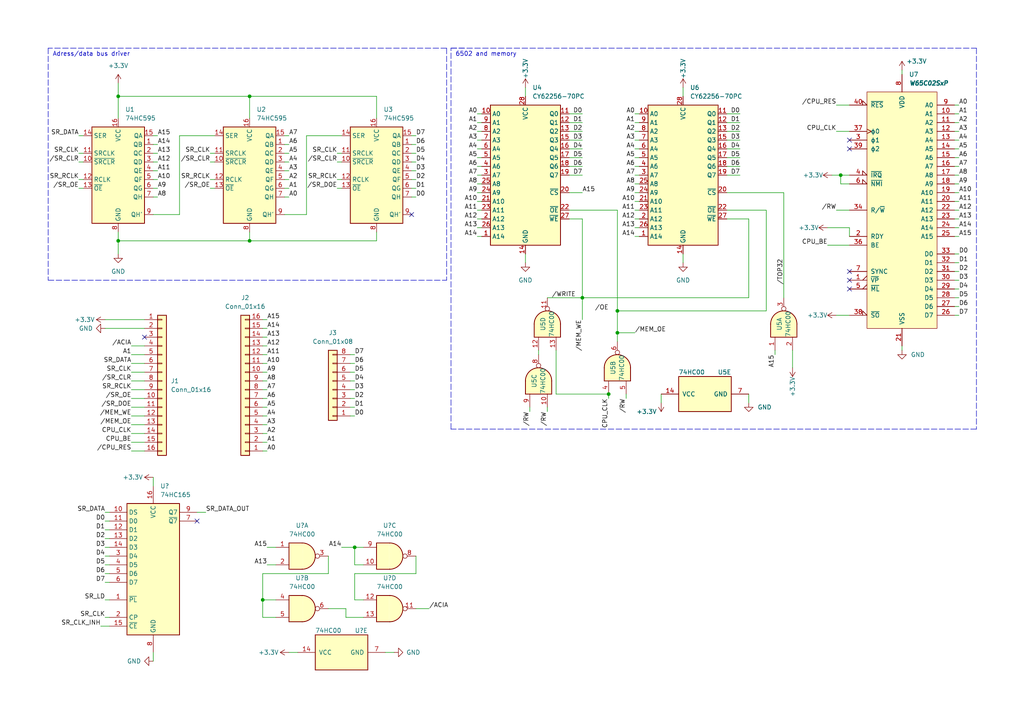
<source format=kicad_sch>
(kicad_sch (version 20211123) (generator eeschema)
  (paper "A4")
  (lib_symbols
    (symbol "65xx lib:W65C02SxP" (pin_names (offset 1.016))
      (property "Reference" "U" (at -10.16 35.56 0))
      (property "Value" "W65C02SxP" (at 0 0 90))
      (symbol "W65C02SxP_0_1"
        (rectangle (start -10.16 34.29) (end 10.16 -34.29) (fill (type background)))
      )
      (symbol "W65C02SxP_1_1"
        (pin output output_low (at -15.24 -20.32 0) (length 5.08) (name "~{VP}") (number "1"))
        (pin tri_state line (at 15.24 27.94 180) (length 5.08) (name "A1") (number "10"))
        (pin tri_state line (at 15.24 25.4 180) (length 5.08) (name "A2") (number "11"))
        (pin tri_state line (at 15.24 22.86 180) (length 5.08) (name "A3") (number "12"))
        (pin tri_state line (at 15.24 20.32 180) (length 5.08) (name "A4") (number "13"))
        (pin tri_state line (at 15.24 17.78 180) (length 5.08) (name "A5") (number "14"))
        (pin tri_state line (at 15.24 15.24 180) (length 5.08) (name "A6") (number "15"))
        (pin tri_state line (at 15.24 12.7 180) (length 5.08) (name "A7") (number "16"))
        (pin tri_state line (at 15.24 10.16 180) (length 5.08) (name "A8") (number "17"))
        (pin tri_state line (at 15.24 7.62 180) (length 5.08) (name "A9") (number "18"))
        (pin tri_state line (at 15.24 5.08 180) (length 5.08) (name "A10") (number "19"))
        (pin open_collector line (at -15.24 -7.62 0) (length 5.08) (name "RDY") (number "2"))
        (pin tri_state line (at 15.24 2.54 180) (length 5.08) (name "A11") (number "20"))
        (pin power_in line (at 0 -39.37 90) (length 5.08) (name "VSS") (number "21"))
        (pin tri_state line (at 15.24 0 180) (length 5.08) (name "A12") (number "22"))
        (pin tri_state line (at 15.24 -2.54 180) (length 5.08) (name "A13") (number "23"))
        (pin tri_state line (at 15.24 -5.08 180) (length 5.08) (name "A14") (number "24"))
        (pin tri_state line (at 15.24 -7.62 180) (length 5.08) (name "A15") (number "25"))
        (pin bidirectional line (at 15.24 -30.48 180) (length 5.08) (name "D7") (number "26"))
        (pin bidirectional line (at 15.24 -27.94 180) (length 5.08) (name "D6") (number "27"))
        (pin bidirectional line (at 15.24 -25.4 180) (length 5.08) (name "D5") (number "28"))
        (pin bidirectional line (at 15.24 -22.86 180) (length 5.08) (name "D4") (number "29"))
        (pin output line (at -15.24 20.32 0) (length 5.08) (name "ϕ1") (number "3"))
        (pin bidirectional line (at 15.24 -20.32 180) (length 5.08) (name "D3") (number "30"))
        (pin bidirectional line (at 15.24 -17.78 180) (length 5.08) (name "D2") (number "31"))
        (pin bidirectional line (at 15.24 -15.24 180) (length 5.08) (name "D1") (number "32"))
        (pin bidirectional line (at 15.24 -12.7 180) (length 5.08) (name "D0") (number "33"))
        (pin tri_state line (at -15.24 0 0) (length 5.08) (name "R/~{W}") (number "34"))
        (pin no_connect non_logic (at -10.16 -27.94 0) (length 2.54) hide (name "nc") (number "35"))
        (pin input line (at -15.24 -10.16 0) (length 5.08) (name "BE") (number "36"))
        (pin input clock (at -15.24 22.86 0) (length 5.08) (name "ϕ0") (number "37"))
        (pin input input_low (at -15.24 -30.48 0) (length 5.08) (name "~{SO}") (number "38"))
        (pin output line (at -15.24 17.78 0) (length 5.08) (name "ϕ2") (number "39"))
        (pin input input_low (at -15.24 10.16 0) (length 5.08) (name "~{IRQ}") (number "4"))
        (pin input input_low (at -15.24 30.48 0) (length 5.08) (name "~{RES}") (number "40"))
        (pin output output_low (at -15.24 -22.86 0) (length 5.08) (name "~{ML}") (number "5"))
        (pin input input_low (at -15.24 7.62 0) (length 5.08) (name "~{NMI}") (number "6"))
        (pin output line (at -15.24 -17.78 0) (length 5.08) (name "SYNC") (number "7"))
        (pin power_in line (at 0 39.37 270) (length 5.08) (name "VDD") (number "8"))
        (pin tri_state line (at 15.24 30.48 180) (length 5.08) (name "A0") (number "9"))
      )
    )
    (symbol "74xx:74HC00" (pin_names (offset 1.016))
      (property "Reference" "U" (at 0 1.27 0))
      (property "Value" "74HC00" (at 0 -1.27 0))
      (symbol "74HC00_1_1"
        (arc (start 0 -3.81) (mid 3.81 0) (end 0 3.81) (stroke (width 0.254)) (fill (type background)))
        (polyline (pts (xy 0 3.81) (xy -3.81 3.81) (xy -3.81 -3.81) (xy 0 -3.81)) (stroke (width 0.254)) (fill (type background)))
        (pin input line (at -7.62 2.54 0) (length 3.81) (name "~") (number "1"))
        (pin input line (at -7.62 -2.54 0) (length 3.81) (name "~") (number "2"))
        (pin output inverted (at 7.62 0 180) (length 3.81) (name "~") (number "3"))
      )
      (symbol "74HC00_1_2"
        (arc (start -3.81 -3.81) (mid -2.589 0) (end -3.81 3.81) (stroke (width 0.254)))
        (arc (start -0.6096 -3.81) (mid 2.1842 -2.5851) (end 3.81 0) (stroke (width 0.254)) (fill (type background)))
        (polyline (pts (xy -3.81 -3.81) (xy -0.635 -3.81)) (stroke (width 0.254)) (fill (type background)))
        (polyline (pts (xy -3.81 3.81) (xy -0.635 3.81)) (stroke (width 0.254)) (fill (type background)))
        (polyline (pts (xy -0.635 3.81) (xy -3.81 3.81) (xy -3.81 3.81) (xy -3.556 3.4036) (xy -3.0226 2.2606) (xy -2.6924 1.0414) (xy -2.6162 -0.254) (xy -2.7686 -1.4986) (xy -3.175 -2.7178) (xy -3.81 -3.81) (xy -3.81 -3.81) (xy -0.635 -3.81)) (stroke (width -25.4)) (fill (type background)))
        (arc (start 3.81 0) (mid 2.1915 2.5936) (end -0.6096 3.81) (stroke (width 0.254)) (fill (type background)))
        (pin input inverted (at -7.62 2.54 0) (length 4.318) (name "~") (number "1"))
        (pin input inverted (at -7.62 -2.54 0) (length 4.318) (name "~") (number "2"))
        (pin output line (at 7.62 0 180) (length 3.81) (name "~") (number "3"))
      )
      (symbol "74HC00_2_1"
        (arc (start 0 -3.81) (mid 3.81 0) (end 0 3.81) (stroke (width 0.254)) (fill (type background)))
        (polyline (pts (xy 0 3.81) (xy -3.81 3.81) (xy -3.81 -3.81) (xy 0 -3.81)) (stroke (width 0.254)) (fill (type background)))
        (pin input line (at -7.62 2.54 0) (length 3.81) (name "~") (number "4"))
        (pin input line (at -7.62 -2.54 0) (length 3.81) (name "~") (number "5"))
        (pin output inverted (at 7.62 0 180) (length 3.81) (name "~") (number "6"))
      )
      (symbol "74HC00_2_2"
        (arc (start -3.81 -3.81) (mid -2.589 0) (end -3.81 3.81) (stroke (width 0.254)))
        (arc (start -0.6096 -3.81) (mid 2.1842 -2.5851) (end 3.81 0) (stroke (width 0.254)) (fill (type background)))
        (polyline (pts (xy -3.81 -3.81) (xy -0.635 -3.81)) (stroke (width 0.254)) (fill (type background)))
        (polyline (pts (xy -3.81 3.81) (xy -0.635 3.81)) (stroke (width 0.254)) (fill (type background)))
        (polyline (pts (xy -0.635 3.81) (xy -3.81 3.81) (xy -3.81 3.81) (xy -3.556 3.4036) (xy -3.0226 2.2606) (xy -2.6924 1.0414) (xy -2.6162 -0.254) (xy -2.7686 -1.4986) (xy -3.175 -2.7178) (xy -3.81 -3.81) (xy -3.81 -3.81) (xy -0.635 -3.81)) (stroke (width -25.4)) (fill (type background)))
        (arc (start 3.81 0) (mid 2.1915 2.5936) (end -0.6096 3.81) (stroke (width 0.254)) (fill (type background)))
        (pin input inverted (at -7.62 2.54 0) (length 4.318) (name "~") (number "4"))
        (pin input inverted (at -7.62 -2.54 0) (length 4.318) (name "~") (number "5"))
        (pin output line (at 7.62 0 180) (length 3.81) (name "~") (number "6"))
      )
      (symbol "74HC00_3_1"
        (arc (start 0 -3.81) (mid 3.81 0) (end 0 3.81) (stroke (width 0.254)) (fill (type background)))
        (polyline (pts (xy 0 3.81) (xy -3.81 3.81) (xy -3.81 -3.81) (xy 0 -3.81)) (stroke (width 0.254)) (fill (type background)))
        (pin input line (at -7.62 -2.54 0) (length 3.81) (name "~") (number "10"))
        (pin output inverted (at 7.62 0 180) (length 3.81) (name "~") (number "8"))
        (pin input line (at -7.62 2.54 0) (length 3.81) (name "~") (number "9"))
      )
      (symbol "74HC00_3_2"
        (arc (start -3.81 -3.81) (mid -2.589 0) (end -3.81 3.81) (stroke (width 0.254)))
        (arc (start -0.6096 -3.81) (mid 2.1842 -2.5851) (end 3.81 0) (stroke (width 0.254)) (fill (type background)))
        (polyline (pts (xy -3.81 -3.81) (xy -0.635 -3.81)) (stroke (width 0.254)) (fill (type background)))
        (polyline (pts (xy -3.81 3.81) (xy -0.635 3.81)) (stroke (width 0.254)) (fill (type background)))
        (polyline (pts (xy -0.635 3.81) (xy -3.81 3.81) (xy -3.81 3.81) (xy -3.556 3.4036) (xy -3.0226 2.2606) (xy -2.6924 1.0414) (xy -2.6162 -0.254) (xy -2.7686 -1.4986) (xy -3.175 -2.7178) (xy -3.81 -3.81) (xy -3.81 -3.81) (xy -0.635 -3.81)) (stroke (width -25.4)) (fill (type background)))
        (arc (start 3.81 0) (mid 2.1915 2.5936) (end -0.6096 3.81) (stroke (width 0.254)) (fill (type background)))
        (pin input inverted (at -7.62 -2.54 0) (length 4.318) (name "~") (number "10"))
        (pin output line (at 7.62 0 180) (length 3.81) (name "~") (number "8"))
        (pin input inverted (at -7.62 2.54 0) (length 4.318) (name "~") (number "9"))
      )
      (symbol "74HC00_4_1"
        (arc (start 0 -3.81) (mid 3.81 0) (end 0 3.81) (stroke (width 0.254)) (fill (type background)))
        (polyline (pts (xy 0 3.81) (xy -3.81 3.81) (xy -3.81 -3.81) (xy 0 -3.81)) (stroke (width 0.254)) (fill (type background)))
        (pin output inverted (at 7.62 0 180) (length 3.81) (name "~") (number "11"))
        (pin input line (at -7.62 2.54 0) (length 3.81) (name "~") (number "12"))
        (pin input line (at -7.62 -2.54 0) (length 3.81) (name "~") (number "13"))
      )
      (symbol "74HC00_4_2"
        (arc (start -3.81 -3.81) (mid -2.589 0) (end -3.81 3.81) (stroke (width 0.254)))
        (arc (start -0.6096 -3.81) (mid 2.1842 -2.5851) (end 3.81 0) (stroke (width 0.254)) (fill (type background)))
        (polyline (pts (xy -3.81 -3.81) (xy -0.635 -3.81)) (stroke (width 0.254)) (fill (type background)))
        (polyline (pts (xy -3.81 3.81) (xy -0.635 3.81)) (stroke (width 0.254)) (fill (type background)))
        (polyline (pts (xy -0.635 3.81) (xy -3.81 3.81) (xy -3.81 3.81) (xy -3.556 3.4036) (xy -3.0226 2.2606) (xy -2.6924 1.0414) (xy -2.6162 -0.254) (xy -2.7686 -1.4986) (xy -3.175 -2.7178) (xy -3.81 -3.81) (xy -3.81 -3.81) (xy -0.635 -3.81)) (stroke (width -25.4)) (fill (type background)))
        (arc (start 3.81 0) (mid 2.1915 2.5936) (end -0.6096 3.81) (stroke (width 0.254)) (fill (type background)))
        (pin output line (at 7.62 0 180) (length 3.81) (name "~") (number "11"))
        (pin input inverted (at -7.62 2.54 0) (length 4.318) (name "~") (number "12"))
        (pin input inverted (at -7.62 -2.54 0) (length 4.318) (name "~") (number "13"))
      )
      (symbol "74HC00_5_0"
        (pin power_in line (at 0 12.7 270) (length 5.08) (name "VCC") (number "14"))
        (pin power_in line (at 0 -12.7 90) (length 5.08) (name "GND") (number "7"))
      )
      (symbol "74HC00_5_1"
        (rectangle (start -5.08 7.62) (end 5.08 -7.62) (stroke (width 0.254)) (fill (type background)))
      )
    )
    (symbol "74xx:74HC165"
      (property "Reference" "U" (at -7.62 19.05 0))
      (property "Value" "74HC165" (at -7.62 -21.59 0))
      (symbol "74HC165_1_0"
        (pin input line (at -12.7 -10.16 0) (length 5.08) (name "~{PL}") (number "1"))
        (pin input line (at -12.7 15.24 0) (length 5.08) (name "DS") (number "10"))
        (pin input line (at -12.7 12.7 0) (length 5.08) (name "D0") (number "11"))
        (pin input line (at -12.7 10.16 0) (length 5.08) (name "D1") (number "12"))
        (pin input line (at -12.7 7.62 0) (length 5.08) (name "D2") (number "13"))
        (pin input line (at -12.7 5.08 0) (length 5.08) (name "D3") (number "14"))
        (pin input line (at -12.7 -17.78 0) (length 5.08) (name "~{CE}") (number "15"))
        (pin power_in line (at 0 22.86 270) (length 5.08) (name "VCC") (number "16"))
        (pin input line (at -12.7 -15.24 0) (length 5.08) (name "CP") (number "2"))
        (pin input line (at -12.7 2.54 0) (length 5.08) (name "D4") (number "3"))
        (pin input line (at -12.7 0 0) (length 5.08) (name "D5") (number "4"))
        (pin input line (at -12.7 -2.54 0) (length 5.08) (name "D6") (number "5"))
        (pin input line (at -12.7 -5.08 0) (length 5.08) (name "D7") (number "6"))
        (pin output line (at 12.7 12.7 180) (length 5.08) (name "~{Q7}") (number "7"))
        (pin power_in line (at 0 -25.4 90) (length 5.08) (name "GND") (number "8"))
        (pin output line (at 12.7 15.24 180) (length 5.08) (name "Q7") (number "9"))
      )
      (symbol "74HC165_1_1"
        (rectangle (start -7.62 17.78) (end 7.62 -20.32) (stroke (width 0.254)) (fill (type background)))
      )
    )
    (symbol "74xx:74HC595"
      (property "Reference" "U" (at -7.62 13.97 0))
      (property "Value" "74HC595" (at -7.62 -16.51 0))
      (symbol "74HC595_1_0"
        (pin tri_state line (at 10.16 7.62 180) (length 2.54) (name "QB") (number "1"))
        (pin input line (at -10.16 2.54 0) (length 2.54) (name "~{SRCLR}") (number "10"))
        (pin input line (at -10.16 5.08 0) (length 2.54) (name "SRCLK") (number "11"))
        (pin input line (at -10.16 -2.54 0) (length 2.54) (name "RCLK") (number "12"))
        (pin input line (at -10.16 -5.08 0) (length 2.54) (name "~{OE}") (number "13"))
        (pin input line (at -10.16 10.16 0) (length 2.54) (name "SER") (number "14"))
        (pin tri_state line (at 10.16 10.16 180) (length 2.54) (name "QA") (number "15"))
        (pin power_in line (at 0 15.24 270) (length 2.54) (name "VCC") (number "16"))
        (pin tri_state line (at 10.16 5.08 180) (length 2.54) (name "QC") (number "2"))
        (pin tri_state line (at 10.16 2.54 180) (length 2.54) (name "QD") (number "3"))
        (pin tri_state line (at 10.16 0 180) (length 2.54) (name "QE") (number "4"))
        (pin tri_state line (at 10.16 -2.54 180) (length 2.54) (name "QF") (number "5"))
        (pin tri_state line (at 10.16 -5.08 180) (length 2.54) (name "QG") (number "6"))
        (pin tri_state line (at 10.16 -7.62 180) (length 2.54) (name "QH") (number "7"))
        (pin power_in line (at 0 -17.78 90) (length 2.54) (name "GND") (number "8"))
        (pin output line (at 10.16 -12.7 180) (length 2.54) (name "QH'") (number "9"))
      )
      (symbol "74HC595_1_1"
        (rectangle (start -7.62 12.7) (end 7.62 -15.24) (stroke (width 0.254)) (fill (type background)))
      )
    )
    (symbol "Connector_Generic:Conn_01x08" (pin_names (offset 1.016) hide)
      (property "Reference" "J" (at 0 10.16 0))
      (property "Value" "Conn_01x08" (at 0 -12.7 0))
      (symbol "Conn_01x08_1_1"
        (rectangle (start -1.27 -10.033) (end 0 -10.287) (stroke (width 0.1524)))
        (rectangle (start -1.27 -7.493) (end 0 -7.747) (stroke (width 0.1524)))
        (rectangle (start -1.27 -4.953) (end 0 -5.207) (stroke (width 0.1524)))
        (rectangle (start -1.27 -2.413) (end 0 -2.667) (stroke (width 0.1524)))
        (rectangle (start -1.27 0.127) (end 0 -0.127) (stroke (width 0.1524)))
        (rectangle (start -1.27 2.667) (end 0 2.413) (stroke (width 0.1524)))
        (rectangle (start -1.27 5.207) (end 0 4.953) (stroke (width 0.1524)))
        (rectangle (start -1.27 7.747) (end 0 7.493) (stroke (width 0.1524)))
        (rectangle (start -1.27 8.89) (end 1.27 -11.43) (stroke (width 0.254)) (fill (type background)))
        (pin passive line (at -5.08 7.62 0) (length 3.81) (name "Pin_1") (number "1"))
        (pin passive line (at -5.08 5.08 0) (length 3.81) (name "Pin_2") (number "2"))
        (pin passive line (at -5.08 2.54 0) (length 3.81) (name "Pin_3") (number "3"))
        (pin passive line (at -5.08 0 0) (length 3.81) (name "Pin_4") (number "4"))
        (pin passive line (at -5.08 -2.54 0) (length 3.81) (name "Pin_5") (number "5"))
        (pin passive line (at -5.08 -5.08 0) (length 3.81) (name "Pin_6") (number "6"))
        (pin passive line (at -5.08 -7.62 0) (length 3.81) (name "Pin_7") (number "7"))
        (pin passive line (at -5.08 -10.16 0) (length 3.81) (name "Pin_8") (number "8"))
      )
    )
    (symbol "Connector_Generic:Conn_01x16" (pin_names (offset 1.016) hide)
      (property "Reference" "J" (at 0 20.32 0))
      (property "Value" "Conn_01x16" (at 0 -22.86 0))
      (symbol "Conn_01x16_1_1"
        (rectangle (start -1.27 -20.193) (end 0 -20.447) (stroke (width 0.1524)))
        (rectangle (start -1.27 -17.653) (end 0 -17.907) (stroke (width 0.1524)))
        (rectangle (start -1.27 -15.113) (end 0 -15.367) (stroke (width 0.1524)))
        (rectangle (start -1.27 -12.573) (end 0 -12.827) (stroke (width 0.1524)))
        (rectangle (start -1.27 -10.033) (end 0 -10.287) (stroke (width 0.1524)))
        (rectangle (start -1.27 -7.493) (end 0 -7.747) (stroke (width 0.1524)))
        (rectangle (start -1.27 -4.953) (end 0 -5.207) (stroke (width 0.1524)))
        (rectangle (start -1.27 -2.413) (end 0 -2.667) (stroke (width 0.1524)))
        (rectangle (start -1.27 0.127) (end 0 -0.127) (stroke (width 0.1524)))
        (rectangle (start -1.27 2.667) (end 0 2.413) (stroke (width 0.1524)))
        (rectangle (start -1.27 5.207) (end 0 4.953) (stroke (width 0.1524)))
        (rectangle (start -1.27 7.747) (end 0 7.493) (stroke (width 0.1524)))
        (rectangle (start -1.27 10.287) (end 0 10.033) (stroke (width 0.1524)))
        (rectangle (start -1.27 12.827) (end 0 12.573) (stroke (width 0.1524)))
        (rectangle (start -1.27 15.367) (end 0 15.113) (stroke (width 0.1524)))
        (rectangle (start -1.27 17.907) (end 0 17.653) (stroke (width 0.1524)))
        (rectangle (start -1.27 19.05) (end 1.27 -21.59) (stroke (width 0.254)) (fill (type background)))
        (pin passive line (at -5.08 17.78 0) (length 3.81) (name "Pin_1") (number "1"))
        (pin passive line (at -5.08 -5.08 0) (length 3.81) (name "Pin_10") (number "10"))
        (pin passive line (at -5.08 -7.62 0) (length 3.81) (name "Pin_11") (number "11"))
        (pin passive line (at -5.08 -10.16 0) (length 3.81) (name "Pin_12") (number "12"))
        (pin passive line (at -5.08 -12.7 0) (length 3.81) (name "Pin_13") (number "13"))
        (pin passive line (at -5.08 -15.24 0) (length 3.81) (name "Pin_14") (number "14"))
        (pin passive line (at -5.08 -17.78 0) (length 3.81) (name "Pin_15") (number "15"))
        (pin passive line (at -5.08 -20.32 0) (length 3.81) (name "Pin_16") (number "16"))
        (pin passive line (at -5.08 15.24 0) (length 3.81) (name "Pin_2") (number "2"))
        (pin passive line (at -5.08 12.7 0) (length 3.81) (name "Pin_3") (number "3"))
        (pin passive line (at -5.08 10.16 0) (length 3.81) (name "Pin_4") (number "4"))
        (pin passive line (at -5.08 7.62 0) (length 3.81) (name "Pin_5") (number "5"))
        (pin passive line (at -5.08 5.08 0) (length 3.81) (name "Pin_6") (number "6"))
        (pin passive line (at -5.08 2.54 0) (length 3.81) (name "Pin_7") (number "7"))
        (pin passive line (at -5.08 0 0) (length 3.81) (name "Pin_8") (number "8"))
        (pin passive line (at -5.08 -2.54 0) (length 3.81) (name "Pin_9") (number "9"))
      )
    )
    (symbol "Memory_RAM:CY62256-70PC"
      (property "Reference" "U" (at -10.16 20.955 0))
      (property "Value" "CY62256-70PC" (at 2.54 20.955 0))
      (symbol "CY62256-70PC_0_0"
        (pin power_in line (at 0 -22.86 90) (length 2.54) (name "GND") (number "14"))
        (pin power_in line (at 0 22.86 270) (length 2.54) (name "VCC") (number "28"))
      )
      (symbol "CY62256-70PC_0_1"
        (rectangle (start -10.16 20.32) (end 10.16 -20.32) (stroke (width 0.254)) (fill (type background)))
      )
      (symbol "CY62256-70PC_1_1"
        (pin input line (at -12.7 -17.78 0) (length 2.54) (name "A14") (number "1"))
        (pin input line (at -12.7 17.78 0) (length 2.54) (name "A0") (number "10"))
        (pin tri_state line (at 12.7 17.78 180) (length 2.54) (name "Q0") (number "11"))
        (pin tri_state line (at 12.7 15.24 180) (length 2.54) (name "Q1") (number "12"))
        (pin tri_state line (at 12.7 12.7 180) (length 2.54) (name "Q2") (number "13"))
        (pin tri_state line (at 12.7 10.16 180) (length 2.54) (name "Q3") (number "15"))
        (pin tri_state line (at 12.7 7.62 180) (length 2.54) (name "Q4") (number "16"))
        (pin tri_state line (at 12.7 5.08 180) (length 2.54) (name "Q5") (number "17"))
        (pin tri_state line (at 12.7 2.54 180) (length 2.54) (name "Q6") (number "18"))
        (pin tri_state line (at 12.7 0 180) (length 2.54) (name "Q7") (number "19"))
        (pin input line (at -12.7 -12.7 0) (length 2.54) (name "A12") (number "2"))
        (pin input line (at 12.7 -5.08 180) (length 2.54) (name "~{CS}") (number "20"))
        (pin input line (at -12.7 -7.62 0) (length 2.54) (name "A10") (number "21"))
        (pin input line (at 12.7 -10.16 180) (length 2.54) (name "~{OE}") (number "22"))
        (pin input line (at -12.7 -10.16 0) (length 2.54) (name "A11") (number "23"))
        (pin input line (at -12.7 -5.08 0) (length 2.54) (name "A9") (number "24"))
        (pin input line (at -12.7 -2.54 0) (length 2.54) (name "A8") (number "25"))
        (pin input line (at -12.7 -15.24 0) (length 2.54) (name "A13") (number "26"))
        (pin input line (at 12.7 -12.7 180) (length 2.54) (name "~{WE}") (number "27"))
        (pin input line (at -12.7 0 0) (length 2.54) (name "A7") (number "3"))
        (pin input line (at -12.7 2.54 0) (length 2.54) (name "A6") (number "4"))
        (pin input line (at -12.7 5.08 0) (length 2.54) (name "A5") (number "5"))
        (pin input line (at -12.7 7.62 0) (length 2.54) (name "A4") (number "6"))
        (pin input line (at -12.7 10.16 0) (length 2.54) (name "A3") (number "7"))
        (pin input line (at -12.7 12.7 0) (length 2.54) (name "A2") (number "8"))
        (pin input line (at -12.7 15.24 0) (length 2.54) (name "A1") (number "9"))
      )
    )
    (symbol "power:+3.3V" (power) (pin_names (offset 0))
      (property "Value" "+3.3V" (at 0 3.556 0))
      (symbol "+3.3V_0_1"
        (polyline (pts (xy -0.762 1.27) (xy 0 2.54)))
        (polyline (pts (xy 0 0) (xy 0 2.54)))
        (polyline (pts (xy 0 2.54) (xy 0.762 1.27)))
      )
      (symbol "+3.3V_1_1"
        (pin power_in line (at 0 0 90) (length 0) hide (name "+3.3V") (number "1"))
      )
    )
    (symbol "power:GND" (power) (pin_names (offset 0))
      (property "Value" "GND" (at 0 -3.81 0))
      (symbol "GND_0_1"
        (polyline (pts (xy 0 0) (xy 0 -1.27) (xy 1.27 -1.27) (xy 0 -2.54) (xy -1.27 -1.27) (xy 0 -1.27)))
      )
      (symbol "GND_1_1"
        (pin power_in line (at 0 0 270) (length 0) hide (name "GND") (number "1"))
      )
    )
  )
  (junction (at 179.07 90.17))
  (junction (at 34.29 69.85))
  (junction (at 176.53 114.3))
  (junction (at 72.39 69.85))
  (junction (at 168.91 86.36))
  (junction (at 72.39 27.94))
  (junction (at 102.87 158.75))
  (junction (at 179.07 96.52))
  (junction (at 34.29 27.94))
  (junction (at 243.84 50.8))
  (junction (at 76.2 173.99))
  (no_connect (at 119.38 62.23))
  (no_connect (at 246.38 40.64))
  (no_connect (at 246.38 83.82))
  (no_connect (at 246.38 81.28))
  (no_connect (at 246.38 78.74))
  (no_connect (at 57.15 151.13))
  (no_connect (at 41.91 97.79))
  (no_connect (at 246.38 43.18))
  (wire (pts (xy 139.7 45.72) (xy 138.43 45.72)))
  (wire (pts (xy 243.84 50.8) (xy 243.84 53.34)))
  (wire (pts (xy 276.86 35.56) (xy 278.13 35.56)))
  (wire (pts (xy 72.39 27.94) (xy 72.39 34.29)))
  (wire (pts (xy 83.82 189.23) (xy 86.36 189.23)))
  (wire (pts (xy 185.42 38.1) (xy 184.15 38.1)))
  (wire (pts (xy 31.75 153.67) (xy 30.48 153.67)))
  (wire (pts (xy 168.91 86.36) (xy 168.91 92.71)))
  (wire (pts (xy 139.7 48.26) (xy 138.43 48.26)))
  (wire (pts (xy 278.13 33.02) (xy 276.86 33.02)))
  (wire (pts (xy 82.55 49.53) (xy 83.82 49.53)))
  (wire (pts (xy 243.84 50.8) (xy 246.38 50.8)))
  (wire (pts (xy 276.86 30.48) (xy 278.13 30.48)))
  (wire (pts (xy 165.1 35.56) (xy 168.91 35.56)))
  (wire (pts (xy 276.86 53.34) (xy 278.13 53.34)))
  (wire (pts (xy 38.1 100.33) (xy 41.91 100.33)))
  (wire (pts (xy 276.86 76.2) (xy 278.13 76.2)))
  (wire (pts (xy 102.87 166.37) (xy 102.87 173.99)))
  (wire (pts (xy 34.29 69.85) (xy 72.39 69.85)))
  (wire (pts (xy 102.87 173.99) (xy 105.41 173.99)))
  (wire (pts (xy 198.12 73.66) (xy 198.12 76.2)))
  (wire (pts (xy 76.2 123.19) (xy 77.47 123.19)))
  (wire (pts (xy 76.2 173.99) (xy 80.01 173.99)))
  (wire (pts (xy 185.42 55.88) (xy 184.15 55.88)))
  (wire (pts (xy 82.55 62.23) (xy 88.9 62.23)))
  (wire (pts (xy 185.42 40.64) (xy 184.15 40.64)))
  (wire (pts (xy 22.86 44.45) (xy 24.13 44.45)))
  (wire (pts (xy 139.7 53.34) (xy 138.43 53.34)))
  (wire (pts (xy 276.86 68.58) (xy 278.13 68.58)))
  (wire (pts (xy 60.96 52.07) (xy 62.23 52.07)))
  (wire (pts (xy 29.21 181.61) (xy 31.75 181.61)))
  (wire (pts (xy 72.39 69.85) (xy 72.39 67.31)))
  (wire (pts (xy 210.82 43.18) (xy 214.63 43.18)))
  (wire (pts (xy 165.1 55.88) (xy 168.91 55.88)))
  (wire (pts (xy 44.45 52.07) (xy 45.72 52.07)))
  (wire (pts (xy 165.1 40.64) (xy 168.91 40.64)))
  (wire (pts (xy 30.48 95.25) (xy 41.91 95.25)))
  (wire (pts (xy 242.57 60.96) (xy 246.38 60.96)))
  (wire (pts (xy 276.86 78.74) (xy 278.13 78.74)))
  (wire (pts (xy 102.87 158.75) (xy 102.87 163.83)))
  (wire (pts (xy 34.29 67.31) (xy 34.29 69.85)))
  (wire (pts (xy 179.07 96.52) (xy 179.07 99.06)))
  (wire (pts (xy 185.42 48.26) (xy 184.15 48.26)))
  (wire (pts (xy 76.2 166.37) (xy 76.2 173.99)))
  (wire (pts (xy 100.33 179.07) (xy 105.41 179.07)))
  (wire (pts (xy 119.38 49.53) (xy 120.65 49.53)))
  (wire (pts (xy 34.29 24.13) (xy 34.29 27.94)))
  (polyline (pts (xy 283.21 124.46) (xy 130.81 124.46)))
  (wire (pts (xy 88.9 62.23) (xy 88.9 39.37)))
  (wire (pts (xy 101.6 118.11) (xy 102.87 118.11)))
  (wire (pts (xy 179.07 60.96) (xy 179.07 90.17)))
  (wire (pts (xy 44.45 49.53) (xy 45.72 49.53)))
  (wire (pts (xy 76.2 173.99) (xy 76.2 179.07)))
  (wire (pts (xy 22.86 46.99) (xy 24.13 46.99)))
  (wire (pts (xy 276.86 43.18) (xy 278.13 43.18)))
  (polyline (pts (xy 13.97 81.28) (xy 129.54 81.28)))
  (wire (pts (xy 139.7 38.1) (xy 138.43 38.1)))
  (wire (pts (xy 185.42 58.42) (xy 184.15 58.42)))
  (wire (pts (xy 276.86 40.64) (xy 278.13 40.64)))
  (wire (pts (xy 165.1 33.02) (xy 168.91 33.02)))
  (wire (pts (xy 38.1 113.03) (xy 41.91 113.03)))
  (wire (pts (xy 111.76 189.23) (xy 114.3 189.23)))
  (wire (pts (xy 31.75 156.21) (xy 30.48 156.21)))
  (wire (pts (xy 119.38 54.61) (xy 120.65 54.61)))
  (wire (pts (xy 276.86 73.66) (xy 278.13 73.66)))
  (wire (pts (xy 191.77 116.84) (xy 191.77 114.3)))
  (wire (pts (xy 76.2 118.11) (xy 77.47 118.11)))
  (wire (pts (xy 229.87 101.6) (xy 229.87 106.68)))
  (wire (pts (xy 31.75 163.83) (xy 30.48 163.83)))
  (wire (pts (xy 76.2 130.81) (xy 77.47 130.81)))
  (wire (pts (xy 38.1 110.49) (xy 41.91 110.49)))
  (wire (pts (xy 139.7 63.5) (xy 138.43 63.5)))
  (wire (pts (xy 139.7 55.88) (xy 138.43 55.88)))
  (wire (pts (xy 185.42 53.34) (xy 184.15 53.34)))
  (wire (pts (xy 139.7 33.02) (xy 138.43 33.02)))
  (wire (pts (xy 276.86 86.36) (xy 278.13 86.36)))
  (wire (pts (xy 152.4 73.66) (xy 152.4 76.2)))
  (wire (pts (xy 119.38 57.15) (xy 120.65 57.15)))
  (wire (pts (xy 41.91 130.81) (xy 38.1 130.81)))
  (wire (pts (xy 34.29 27.94) (xy 34.29 34.29)))
  (wire (pts (xy 41.91 120.65) (xy 38.1 120.65)))
  (wire (pts (xy 95.25 166.37) (xy 76.2 166.37)))
  (wire (pts (xy 168.91 63.5) (xy 165.1 63.5)))
  (wire (pts (xy 276.86 66.04) (xy 278.13 66.04)))
  (wire (pts (xy 38.1 107.95) (xy 41.91 107.95)))
  (wire (pts (xy 227.33 55.88) (xy 227.33 86.36)))
  (wire (pts (xy 76.2 107.95) (xy 77.47 107.95)))
  (wire (pts (xy 217.17 86.36) (xy 217.17 63.5)))
  (wire (pts (xy 44.45 57.15) (xy 45.72 57.15)))
  (wire (pts (xy 276.86 58.42) (xy 278.13 58.42)))
  (wire (pts (xy 222.25 60.96) (xy 210.82 60.96)))
  (wire (pts (xy 82.55 41.91) (xy 83.82 41.91)))
  (wire (pts (xy 139.7 35.56) (xy 138.43 35.56)))
  (wire (pts (xy 72.39 69.85) (xy 109.22 69.85)))
  (wire (pts (xy 158.75 86.36) (xy 168.91 86.36)))
  (wire (pts (xy 44.45 39.37) (xy 45.72 39.37)))
  (wire (pts (xy 38.1 102.87) (xy 41.91 102.87)))
  (wire (pts (xy 139.7 43.18) (xy 138.43 43.18)))
  (wire (pts (xy 179.07 96.52) (xy 184.15 96.52)))
  (wire (pts (xy 34.29 69.85) (xy 34.29 73.66)))
  (wire (pts (xy 119.38 44.45) (xy 120.65 44.45)))
  (wire (pts (xy 165.1 48.26) (xy 168.91 48.26)))
  (wire (pts (xy 102.87 158.75) (xy 105.41 158.75)))
  (wire (pts (xy 261.62 20.32) (xy 261.62 21.59)))
  (wire (pts (xy 276.86 55.88) (xy 278.13 55.88)))
  (wire (pts (xy 76.2 115.57) (xy 77.47 115.57)))
  (wire (pts (xy 30.48 92.71) (xy 41.91 92.71)))
  (wire (pts (xy 38.1 123.19) (xy 41.91 123.19)))
  (wire (pts (xy 139.7 50.8) (xy 138.43 50.8)))
  (wire (pts (xy 185.42 63.5) (xy 184.15 63.5)))
  (wire (pts (xy 76.2 92.71) (xy 77.47 92.71)))
  (wire (pts (xy 38.1 118.11) (xy 41.91 118.11)))
  (polyline (pts (xy 13.97 13.97) (xy 13.97 81.28)))
  (wire (pts (xy 276.86 88.9) (xy 278.13 88.9)))
  (wire (pts (xy 276.86 38.1) (xy 278.13 38.1)))
  (wire (pts (xy 101.6 113.03) (xy 102.87 113.03)))
  (wire (pts (xy 179.07 90.17) (xy 179.07 96.52)))
  (wire (pts (xy 276.86 83.82) (xy 278.13 83.82)))
  (wire (pts (xy 31.75 168.91) (xy 30.48 168.91)))
  (wire (pts (xy 38.1 105.41) (xy 41.91 105.41)))
  (wire (pts (xy 179.07 90.17) (xy 222.25 90.17)))
  (wire (pts (xy 158.75 119.38) (xy 158.75 118.11)))
  (wire (pts (xy 101.6 105.41) (xy 102.87 105.41)))
  (polyline (pts (xy 129.54 13.97) (xy 129.54 81.28)))
  (wire (pts (xy 161.29 101.6) (xy 161.29 114.3)))
  (wire (pts (xy 185.42 68.58) (xy 184.15 68.58)))
  (wire (pts (xy 97.79 46.99) (xy 99.06 46.99)))
  (wire (pts (xy 101.6 107.95) (xy 102.87 107.95)))
  (wire (pts (xy 82.55 54.61) (xy 83.82 54.61)))
  (wire (pts (xy 119.38 52.07) (xy 120.65 52.07)))
  (wire (pts (xy 185.42 45.72) (xy 184.15 45.72)))
  (wire (pts (xy 82.55 39.37) (xy 83.82 39.37)))
  (wire (pts (xy 109.22 69.85) (xy 109.22 67.31)))
  (wire (pts (xy 100.33 176.53) (xy 100.33 179.07)))
  (wire (pts (xy 38.1 115.57) (xy 41.91 115.57)))
  (wire (pts (xy 95.25 176.53) (xy 100.33 176.53)))
  (wire (pts (xy 198.12 25.4) (xy 198.12 27.94)))
  (wire (pts (xy 57.15 148.59) (xy 59.69 148.59)))
  (wire (pts (xy 222.25 60.96) (xy 222.25 90.17)))
  (wire (pts (xy 97.79 54.61) (xy 99.06 54.61)))
  (wire (pts (xy 119.38 39.37) (xy 120.65 39.37)))
  (wire (pts (xy 44.45 44.45) (xy 45.72 44.45)))
  (wire (pts (xy 77.47 163.83) (xy 80.01 163.83)))
  (wire (pts (xy 41.91 125.73) (xy 38.1 125.73)))
  (wire (pts (xy 120.65 176.53) (xy 124.46 176.53)))
  (wire (pts (xy 153.67 119.38) (xy 153.67 118.11)))
  (wire (pts (xy 22.86 52.07) (xy 24.13 52.07)))
  (wire (pts (xy 82.55 52.07) (xy 83.82 52.07)))
  (wire (pts (xy 241.3 50.8) (xy 243.84 50.8)))
  (wire (pts (xy 139.7 60.96) (xy 138.43 60.96)))
  (wire (pts (xy 76.2 97.79) (xy 77.47 97.79)))
  (wire (pts (xy 165.1 45.72) (xy 168.91 45.72)))
  (wire (pts (xy 210.82 55.88) (xy 227.33 55.88)))
  (wire (pts (xy 76.2 179.07) (xy 80.01 179.07)))
  (wire (pts (xy 276.86 81.28) (xy 278.13 81.28)))
  (wire (pts (xy 210.82 48.26) (xy 214.63 48.26)))
  (wire (pts (xy 165.1 50.8) (xy 168.91 50.8)))
  (wire (pts (xy 168.91 86.36) (xy 217.17 86.36)))
  (wire (pts (xy 82.55 44.45) (xy 83.82 44.45)))
  (wire (pts (xy 217.17 114.3) (xy 217.17 116.84)))
  (wire (pts (xy 210.82 45.72) (xy 214.63 45.72)))
  (wire (pts (xy 243.84 53.34) (xy 246.38 53.34)))
  (wire (pts (xy 210.82 50.8) (xy 214.63 50.8)))
  (polyline (pts (xy 283.21 13.97) (xy 283.21 124.46)))
  (wire (pts (xy 101.6 110.49) (xy 102.87 110.49)))
  (wire (pts (xy 276.86 91.44) (xy 278.13 91.44)))
  (wire (pts (xy 276.86 60.96) (xy 278.13 60.96)))
  (wire (pts (xy 88.9 39.37) (xy 99.06 39.37)))
  (wire (pts (xy 120.65 161.29) (xy 120.65 166.37)))
  (wire (pts (xy 97.79 52.07) (xy 99.06 52.07)))
  (wire (pts (xy 101.6 120.65) (xy 102.87 120.65)))
  (wire (pts (xy 276.86 63.5) (xy 278.13 63.5)))
  (wire (pts (xy 210.82 33.02) (xy 214.63 33.02)))
  (wire (pts (xy 101.6 115.57) (xy 102.87 115.57)))
  (wire (pts (xy 44.45 46.99) (xy 45.72 46.99)))
  (wire (pts (xy 76.2 102.87) (xy 77.47 102.87)))
  (wire (pts (xy 165.1 38.1) (xy 168.91 38.1)))
  (polyline (pts (xy 130.81 13.97) (xy 283.21 13.97)))
  (wire (pts (xy 240.03 66.04) (xy 246.38 66.04)))
  (wire (pts (xy 52.07 62.23) (xy 52.07 39.37)))
  (wire (pts (xy 185.42 50.8) (xy 184.15 50.8)))
  (wire (pts (xy 30.48 179.07) (xy 31.75 179.07)))
  (wire (pts (xy 101.6 102.87) (xy 102.87 102.87)))
  (polyline (pts (xy 129.54 13.97) (xy 13.97 13.97)))
  (wire (pts (xy 30.48 173.99) (xy 31.75 173.99)))
  (wire (pts (xy 242.57 30.48) (xy 246.38 30.48)))
  (wire (pts (xy 185.42 60.96) (xy 184.15 60.96)))
  (wire (pts (xy 44.45 54.61) (xy 45.72 54.61)))
  (wire (pts (xy 31.75 151.13) (xy 30.48 151.13)))
  (wire (pts (xy 52.07 39.37) (xy 62.23 39.37)))
  (wire (pts (xy 210.82 35.56) (xy 214.63 35.56)))
  (wire (pts (xy 76.2 110.49) (xy 77.47 110.49)))
  (wire (pts (xy 139.7 68.58) (xy 138.43 68.58)))
  (wire (pts (xy 242.57 38.1) (xy 246.38 38.1)))
  (wire (pts (xy 60.96 44.45) (xy 62.23 44.45)))
  (wire (pts (xy 156.21 102.87) (xy 156.21 101.6)))
  (wire (pts (xy 181.61 115.57) (xy 181.61 114.3)))
  (wire (pts (xy 76.2 95.25) (xy 77.47 95.25)))
  (wire (pts (xy 276.86 50.8) (xy 278.13 50.8)))
  (wire (pts (xy 41.91 128.27) (xy 38.1 128.27)))
  (wire (pts (xy 44.45 189.23) (xy 44.45 191.77)))
  (wire (pts (xy 176.53 115.57) (xy 176.53 114.3)))
  (wire (pts (xy 246.38 66.04) (xy 246.38 68.58)))
  (wire (pts (xy 82.55 46.99) (xy 83.82 46.99)))
  (wire (pts (xy 276.86 45.72) (xy 278.13 45.72)))
  (wire (pts (xy 120.65 166.37) (xy 102.87 166.37)))
  (wire (pts (xy 240.03 71.12) (xy 246.38 71.12)))
  (wire (pts (xy 31.75 158.75) (xy 30.48 158.75)))
  (wire (pts (xy 97.79 44.45) (xy 99.06 44.45)))
  (wire (pts (xy 261.62 100.33) (xy 261.62 101.6)))
  (wire (pts (xy 168.91 86.36) (xy 168.91 63.5)))
  (polyline (pts (xy 130.81 13.97) (xy 134.62 13.97)))
  (wire (pts (xy 76.2 105.41) (xy 77.47 105.41)))
  (wire (pts (xy 224.79 102.87) (xy 224.79 101.6)))
  (wire (pts (xy 22.86 39.37) (xy 24.13 39.37)))
  (wire (pts (xy 34.29 27.94) (xy 72.39 27.94)))
  (polyline (pts (xy 130.81 124.46) (xy 130.81 13.97)))
  (wire (pts (xy 44.45 41.91) (xy 45.72 41.91)))
  (wire (pts (xy 185.42 43.18) (xy 184.15 43.18)))
  (wire (pts (xy 76.2 128.27) (xy 77.47 128.27)))
  (wire (pts (xy 119.38 46.99) (xy 120.65 46.99)))
  (wire (pts (xy 76.2 125.73) (xy 77.47 125.73)))
  (wire (pts (xy 210.82 40.64) (xy 214.63 40.64)))
  (wire (pts (xy 76.2 120.65) (xy 77.47 120.65)))
  (wire (pts (xy 217.17 63.5) (xy 210.82 63.5)))
  (wire (pts (xy 72.39 27.94) (xy 109.22 27.94)))
  (wire (pts (xy 22.86 54.61) (xy 24.13 54.61)))
  (wire (pts (xy 119.38 41.91) (xy 120.65 41.91)))
  (wire (pts (xy 44.45 138.43) (xy 44.45 140.97)))
  (wire (pts (xy 210.82 38.1) (xy 214.63 38.1)))
  (wire (pts (xy 139.7 40.64) (xy 138.43 40.64)))
  (wire (pts (xy 185.42 33.02) (xy 184.15 33.02)))
  (wire (pts (xy 95.25 161.29) (xy 95.25 166.37)))
  (wire (pts (xy 30.48 148.59) (xy 31.75 148.59)))
  (wire (pts (xy 139.7 58.42) (xy 138.43 58.42)))
  (wire (pts (xy 176.53 114.3) (xy 161.29 114.3)))
  (wire (pts (xy 185.42 66.04) (xy 184.15 66.04)))
  (wire (pts (xy 76.2 100.33) (xy 77.47 100.33)))
  (wire (pts (xy 60.96 46.99) (xy 62.23 46.99)))
  (wire (pts (xy 185.42 35.56) (xy 184.15 35.56)))
  (wire (pts (xy 82.55 57.15) (xy 83.82 57.15)))
  (wire (pts (xy 44.45 62.23) (xy 52.07 62.23)))
  (wire (pts (xy 179.07 60.96) (xy 165.1 60.96)))
  (wire (pts (xy 77.47 158.75) (xy 80.01 158.75)))
  (wire (pts (xy 242.57 91.44) (xy 246.38 91.44)))
  (wire (pts (xy 31.75 166.37) (xy 30.48 166.37)))
  (wire (pts (xy 60.96 54.61) (xy 62.23 54.61)))
  (wire (pts (xy 139.7 66.04) (xy 138.43 66.04)))
  (wire (pts (xy 102.87 163.83) (xy 105.41 163.83)))
  (wire (pts (xy 31.75 161.29) (xy 30.48 161.29)))
  (wire (pts (xy 165.1 43.18) (xy 168.91 43.18)))
  (wire (pts (xy 76.2 113.03) (xy 77.47 113.03)))
  (wire (pts (xy 152.4 25.4) (xy 152.4 27.94)))
  (wire (pts (xy 109.22 27.94) (xy 109.22 34.29)))
  (wire (pts (xy 276.86 48.26) (xy 278.13 48.26)))
  (wire (pts (xy 99.06 158.75) (xy 102.87 158.75)))
  (text "Adress/data bus driver" (at 15.24 16.51 0) (effects (font (size 1.27 1.27)) (justify left bottom)))
  (text "6502 and memory" (at 132.08 16.51 0) (effects (font (size 1.27 1.27)) (justify left bottom)))
  (label "A5" (at 77.47 118.11 0))
  (label "SR_CLK_INH" (at 29.21 181.61 180))
  (label "D3" (at 30.48 158.75 180))
  (label "{slash}SR_OE" (at 22.86 54.61 180))
  (label "CPU_CLK" (at 176.53 115.57 270))
  (label "A11" (at 77.47 102.87 0))
  (label "D4" (at 120.65 46.99 0))
  (label "{slash}MEM_OE" (at 184.15 96.52 0))
  (label "SR_DATA" (at 22.86 39.37 180))
  (label "A7" (at 83.82 39.37 0))
  (label "A5" (at 83.82 44.45 0))
  (label "A11" (at 184.15 60.96 180))
  (label "D2" (at 168.91 38.1 180))
  (label "{slash}CPU_RES" (at 242.57 30.48 180))
  (label "D4" (at 168.91 43.18 180))
  (label "D6" (at 120.65 41.91 0))
  (label "A0" (at 138.43 33.02 180))
  (label "D3" (at 278.13 81.28 0))
  (label "D4" (at 278.13 83.82 0))
  (label "{slash}SR_CLR" (at 22.86 46.99 180))
  (label "A10" (at 184.15 58.42 180))
  (label "CPU_BE" (at 240.03 71.12 180))
  (label "D2" (at 278.13 78.74 0))
  (label "{slash}SR_CLR" (at 97.79 46.99 180))
  (label "A8" (at 138.43 53.34 180))
  (label "D0" (at 120.65 57.15 0))
  (label "A13" (at 77.47 163.83 180))
  (label "D7" (at 278.13 91.44 0))
  (label "{slash}SR_OE" (at 38.1 115.57 180))
  (label "A10" (at 138.43 58.42 180))
  (label "D2" (at 102.87 115.57 0))
  (label "A9" (at 184.15 55.88 180))
  (label "D5" (at 168.91 45.72 180))
  (label "A0" (at 278.13 30.48 0))
  (label "{slash}SR_CLR" (at 38.1 110.49 180))
  (label "{slash}ACIA" (at 38.1 100.33 180))
  (label "{slash}WRITE" (at 160.02 86.36 0))
  (label "D2" (at 120.65 52.07 0))
  (label "{slash}MEM_WE" (at 168.91 92.71 270))
  (label "SR_CLK" (at 30.48 179.07 180))
  (label "D5" (at 30.48 163.83 180))
  (label "D0" (at 30.48 151.13 180))
  (label "A8" (at 77.47 110.49 0))
  (label "SR_CLK" (at 22.86 44.45 180))
  (label "SR_DATA_OUT" (at 59.69 148.59 0))
  (label "{slash}SR_OE" (at 60.96 54.61 180))
  (label "{slash}CPU_RES" (at 38.1 130.81 180))
  (label "A3" (at 184.15 40.64 180))
  (label "{slash}ACIA" (at 124.46 176.53 0))
  (label "A0" (at 184.15 33.02 180))
  (label "D7" (at 102.87 102.87 0))
  (label "SR_DATA" (at 30.48 148.59 180))
  (label "A14" (at 138.43 68.58 180))
  (label "A6" (at 83.82 41.91 0))
  (label "A7" (at 77.47 113.03 0))
  (label "A2" (at 138.43 38.1 180))
  (label "{slash}MEM_WE" (at 38.1 120.65 180))
  (label "A15" (at 77.47 92.71 0))
  (label "D1" (at 168.91 35.56 180))
  (label "A2" (at 77.47 125.73 0))
  (label "D1" (at 214.63 35.56 180))
  (label "SR_DATA" (at 38.1 105.41 180))
  (label "SR_RCLK" (at 97.79 52.07 180))
  (label "A14" (at 77.47 95.25 0))
  (label "A4" (at 184.15 43.18 180))
  (label "D1" (at 120.65 54.61 0))
  (label "D2" (at 214.63 38.1 180))
  (label "A12" (at 77.47 100.33 0))
  (label "D3" (at 214.63 40.64 180))
  (label "D2" (at 30.48 156.21 180))
  (label "SR_CLK" (at 60.96 44.45 180))
  (label "{slash}TOP32" (at 227.33 82.55 90))
  (label "D7" (at 120.65 39.37 0))
  (label "A1" (at 38.1 102.87 180))
  (label "A8" (at 184.15 53.34 180))
  (label "D5" (at 102.87 107.95 0))
  (label "A13" (at 77.47 97.79 0))
  (label "A15" (at 77.47 158.75 180))
  (label "D5" (at 278.13 86.36 0))
  (label "SR_LD" (at 30.48 173.99 180))
  (label "A11" (at 138.43 60.96 180))
  (label "SR_RCLK" (at 22.86 52.07 180))
  (label "D0" (at 214.63 33.02 180))
  (label "CPU_CLK" (at 38.1 125.73 180))
  (label "D1" (at 102.87 118.11 0))
  (label "A6" (at 278.13 45.72 0))
  (label "D1" (at 278.13 76.2 0))
  (label "A4" (at 138.43 43.18 180))
  (label "D6" (at 214.63 48.26 180))
  (label "A15" (at 45.72 39.37 0))
  (label "A4" (at 83.82 46.99 0))
  (label "A1" (at 83.82 54.61 0))
  (label "D4" (at 214.63 43.18 180))
  (label "A9" (at 278.13 53.34 0))
  (label "{slash}SR_DOE" (at 97.79 54.61 180))
  (label "D7" (at 30.48 168.91 180))
  (label "A3" (at 83.82 49.53 0))
  (label "A5" (at 138.43 45.72 180))
  (label "SR_CLK" (at 38.1 107.95 180))
  (label "A10" (at 45.72 52.07 0))
  (label "A13" (at 138.43 66.04 180))
  (label "A14" (at 99.06 158.75 180))
  (label "D6" (at 278.13 88.9 0))
  (label "A5" (at 184.15 45.72 180))
  (label "D1" (at 30.48 153.67 180))
  (label "A11" (at 278.13 58.42 0))
  (label "{slash}RW" (at 181.61 115.57 270))
  (label "A9" (at 45.72 54.61 0))
  (label "D4" (at 30.48 161.29 180))
  (label "A13" (at 184.15 66.04 180))
  (label "A2" (at 278.13 35.56 0))
  (label "A2" (at 83.82 52.07 0))
  (label "A9" (at 138.43 55.88 180))
  (label "A9" (at 77.47 107.95 0))
  (label "D6" (at 30.48 166.37 180))
  (label "A12" (at 278.13 60.96 0))
  (label "A4" (at 278.13 40.64 0))
  (label "A3" (at 77.47 123.19 0))
  (label "{slash}OE" (at 176.53 90.17 180))
  (label "A10" (at 77.47 105.41 0))
  (label "A0" (at 77.47 130.81 0))
  (label "D0" (at 168.91 33.02 180))
  (label "A0" (at 83.82 57.15 0))
  (label "A4" (at 77.47 120.65 0))
  (label "A5" (at 278.13 43.18 0))
  (label "A7" (at 184.15 50.8 180))
  (label "{slash}MEM_OE" (at 38.1 123.19 180))
  (label "A7" (at 278.13 48.26 0))
  (label "SR_RCLK" (at 60.96 52.07 180))
  (label "A15" (at 168.91 55.88 0))
  (label "A11" (at 45.72 49.53 0))
  (label "A7" (at 138.43 50.8 180))
  (label "A1" (at 184.15 35.56 180))
  (label "{slash}RW" (at 242.57 60.96 180))
  (label "A12" (at 45.72 46.99 0))
  (label "A6" (at 77.47 115.57 0))
  (label "D5" (at 120.65 44.45 0))
  (label "A1" (at 138.43 35.56 180))
  (label "D5" (at 214.63 45.72 180))
  (label "{slash}RW" (at 158.75 119.38 270))
  (label "SR_RCLK" (at 38.1 113.03 180))
  (label "A10" (at 278.13 55.88 0))
  (label "{slash}RW" (at 153.67 119.38 270))
  (label "A15" (at 224.79 102.87 270))
  (label "A14" (at 278.13 66.04 0))
  (label "D7" (at 214.63 50.8 180))
  (label "D4" (at 102.87 110.49 0))
  (label "A3" (at 278.13 38.1 0))
  (label "{slash}SR_DOE" (at 38.1 118.11 180))
  (label "A14" (at 184.15 68.58 180))
  (label "A8" (at 45.72 57.15 0))
  (label "A12" (at 184.15 63.5 180))
  (label "A15" (at 278.13 68.58 0))
  (label "A13" (at 45.72 44.45 0))
  (label "CPU_BE" (at 38.1 128.27 180))
  (label "A6" (at 138.43 48.26 180))
  (label "D6" (at 102.87 105.41 0))
  (label "A1" (at 278.13 33.02 0))
  (label "A6" (at 184.15 48.26 180))
  (label "SR_CLK" (at 97.79 44.45 180))
  (label "A2" (at 184.15 38.1 180))
  (label "D3" (at 120.65 49.53 0))
  (label "D6" (at 168.91 48.26 180))
  (label "D0" (at 102.87 120.65 0))
  (label "A12" (at 138.43 63.5 180))
  (label "D3" (at 168.91 40.64 180))
  (label "A14" (at 45.72 41.91 0))
  (label "A13" (at 278.13 63.5 0))
  (label "D0" (at 278.13 73.66 0))
  (label "A8" (at 278.13 50.8 0))
  (label "D7" (at 168.91 50.8 180))
  (label "D3" (at 102.87 113.03 0))
  (label "A1" (at 77.47 128.27 0))
  (label "A3" (at 138.43 40.64 180))
  (label "{slash}SR_CLR" (at 60.96 46.99 180))
  (label "CPU_CLK" (at 242.57 38.1 180))
  (symbol (lib_id "74xx:74HC00") (at 87.63 176.53 0) (unit 2)
    (property "Reference" "U?" (at 87.63 167.64 0))
    (property "Value" "74HC00" (at 87.63 170.18 0))
    (property "Datasheet" "http://www.ti.com/lit/gpn/sn74hc00" (effects hide))
  )
  (symbol (lib_id "74xx:74HC00") (at 179.07 106.68 90) (unit 2)
    (property "Reference" "U5" (at 177.8 106.68 0))
    (property "Value" "74HC00" (at 180.34 106.68 0))
    (property "Footprint" "Package_DIP:DIP-14_W7.62mm" (effects hide))
    (property "Datasheet" "http://www.ti.com/lit/gpn/sn74hc00" (effects hide))
  )
  (symbol (lib_id "74xx:74HC00") (at 156.21 110.49 90) (unit 3)
    (property "Reference" "U5" (at 154.94 110.49 0))
    (property "Value" "74HC00" (at 157.48 110.49 0))
    (property "Footprint" "Package_DIP:DIP-14_W7.62mm" (effects hide))
    (property "Datasheet" "http://www.ti.com/lit/gpn/sn74hc00" (effects hide))
  )
  (symbol (lib_id "power:GND") (at 217.17 116.84 0) (unit 1)
    (property "Reference" "#PWR0107" (effects hide))
    (property "Value" "GND" (at 219.71 118.11 0) (effects (justify left)))
  )
  (symbol (lib_id "74xx:74HC00") (at 227.33 93.98 90) (unit 1)
    (property "Reference" "U5" (at 226.06 93.98 0))
    (property "Value" "74HC00" (at 228.6 93.98 0))
    (property "Footprint" "Package_DIP:DIP-14_W7.62mm" (effects hide))
    (property "Datasheet" "http://www.ti.com/lit/gpn/sn74hc00" (effects hide))
  )
  (symbol (lib_id "74xx:74HC595") (at 34.29 49.53 0) (unit 1)
    (property "Reference" "U1" (at 36.3094 31.75 0) (effects (justify left)))
    (property "Value" "74HC595" (at 36.3094 34.29 0) (effects (justify left)))
    (property "Footprint" "Package_DIP:DIP-16_W7.62mm" (effects hide))
    (property "Datasheet" "http://www.ti.com/lit/ds/symlink/sn74hc595.pdf" (effects hide))
  )
  (symbol (lib_id "power:+3.3V") (at 261.62 20.32 0) (unit 1)
    (property "Reference" "#PWR0103" (effects hide))
    (property "Value" "+3.3V" (at 262.89 17.78 0) (effects (justify left)))
  )
  (symbol (lib_id "74xx:74HC595") (at 72.39 49.53 0) (unit 1)
    (property "Reference" "U2" (at 74.4094 31.75 0) (effects (justify left)))
    (property "Value" "74HC595" (at 74.4094 34.29 0) (effects (justify left)))
    (property "Footprint" "Package_DIP:DIP-16_W7.62mm" (effects hide))
    (property "Datasheet" "http://www.ti.com/lit/ds/symlink/sn74hc595.pdf" (effects hide))
  )
  (symbol (lib_id "Memory_RAM:CY62256-70PC") (at 198.12 50.8 0) (unit 1)
    (property "Reference" "U6" (at 200.1394 25.4 0) (effects (justify left)))
    (property "Value" "CY62256-70PC" (at 200.1394 27.94 0) (effects (justify left)))
    (property "Footprint" "Package_DIP:DIP-28_W15.24mm_Socket" (effects hide))
    (property "Datasheet" "https://ecee.colorado.edu/~mcclurel/Cypress_SRAM_CY62256.pdf" (effects hide))
  )
  (symbol (lib_id "power:+3.3V") (at 83.82 189.23 90) (unit 1)
    (property "Reference" "#PWR?" (effects hide))
    (property "Value" "+3.3V" (at 74.93 189.23 90) (effects (justify right)))
  )
  (symbol (lib_id "power:GND") (at 198.12 76.2 0) (unit 1)
    (property "Reference" "#PWR0105" (effects hide))
    (property "Value" "GND" (at 198.12 81.28 0))
  )
  (symbol (lib_id "74xx:74HC00") (at 113.03 176.53 0) (unit 4)
    (property "Reference" "U?" (at 113.03 167.64 0))
    (property "Value" "74HC00" (at 113.03 170.18 0))
    (property "Datasheet" "http://www.ti.com/lit/gpn/sn74hc00" (effects hide))
  )
  (symbol (lib_id "power:+3.3V") (at 242.57 91.44 90) (unit 1)
    (property "Reference" "#PWR0112" (effects hide))
    (property "Value" "+3.3V" (at 240.03 91.44 90) (effects (justify left)))
  )
  (symbol (lib_id "74xx:74HC00") (at 113.03 161.29 0) (unit 3)
    (property "Reference" "U?" (at 113.03 152.4 0))
    (property "Value" "74HC00" (at 113.03 154.94 0))
    (property "Datasheet" "http://www.ti.com/lit/gpn/sn74hc00" (effects hide))
  )
  (symbol (lib_id "power:+3.3V") (at 30.48 92.71 90) (unit 1)
    (property "Reference" "#PWR0116" (effects hide))
    (property "Value" "+3.3V" (at 21.59 92.71 90) (effects (justify right)))
  )
  (symbol (lib_id "power:+3.3V") (at 229.87 106.68 180) (unit 1)
    (property "Reference" "#PWR0108" (effects hide))
    (property "Value" "+3.3V" (at 229.87 109.22 90) (effects (justify left)))
  )
  (symbol (lib_id "74xx:74HC165") (at 44.45 163.83 0) (unit 1)
    (property "Reference" "U?" (at 46.4694 140.97 0) (effects (justify left)))
    (property "Value" "74HC165" (at 46.4694 143.51 0) (effects (justify left)))
    (property "Datasheet" "https://assets.nexperia.com/documents/data-sheet/74HC_HCT165.pdf" (effects hide))
  )
  (symbol (lib_id "power:+3.3V") (at 240.03 66.04 90) (unit 1)
    (property "Reference" "#PWR0110" (effects hide))
    (property "Value" "+3.3V" (at 237.49 66.04 90) (effects (justify left)))
  )
  (symbol (lib_id "Memory_RAM:CY62256-70PC") (at 152.4 50.8 0) (unit 1)
    (property "Reference" "U4" (at 154.4194 25.4 0) (effects (justify left)))
    (property "Value" "CY62256-70PC" (at 154.4194 27.94 0) (effects (justify left)))
    (property "Footprint" "Package_DIP:DIP-28_W15.24mm_Socket" (effects hide))
    (property "Datasheet" "https://ecee.colorado.edu/~mcclurel/Cypress_SRAM_CY62256.pdf" (effects hide))
  )
  (symbol (lib_id "65xx lib:W65C02SxP") (at 261.62 60.96 0) (unit 1)
    (property "Reference" "U7" (at 263.6394 21.59 0) (effects (justify left)))
    (property "Value" "W65C02SxP" (at 263.6394 24.13 0) (effects (font bold italic) (justify left)))
    (property "Footprint" "Package_DIP:DIP-40_W15.24mm_Socket" (effects hide))
    (property "Datasheet" "http://www.westerndesigncenter.com/wdc/documentation/w65c02s.pdf" (effects hide))
  )
  (symbol (lib_id "power:+3.3V") (at 191.77 116.84 180) (unit 1)
    (property "Reference" "#PWR0109" (effects hide))
    (property "Value" "+3.3V" (at 190.5 119.38 0) (effects (justify left)))
  )
  (symbol (lib_id "74xx:74HC595") (at 109.22 49.53 0) (unit 1)
    (property "Reference" "U3" (at 111.2394 31.75 0) (effects (justify left)))
    (property "Value" "74HC595" (at 111.2394 34.29 0) (effects (justify left)))
    (property "Footprint" "Package_DIP:DIP-16_W7.62mm" (effects hide))
    (property "Datasheet" "http://www.ti.com/lit/ds/symlink/sn74hc595.pdf" (effects hide))
  )
  (symbol (lib_id "power:+3.3V") (at 152.4 25.4 0) (unit 1)
    (property "Reference" "#PWR0102" (effects hide))
    (property "Value" "+3.3V" (at 152.4 22.86 90) (effects (justify left)))
  )
  (symbol (lib_id "power:+3.3V") (at 34.29 24.13 0) (unit 1)
    (property "Reference" "#PWR0113" (effects hide))
    (property "Value" "+3.3V" (at 34.29 19.05 0))
  )
  (symbol (lib_id "power:+3.3V") (at 44.45 138.43 90) (unit 1)
    (property "Reference" "#PWR?" (effects hide))
    (property "Value" "+3.3V" (at 35.56 138.43 90) (effects (justify right)))
  )
  (symbol (lib_id "power:GND") (at 114.3 189.23 90) (unit 1)
    (property "Reference" "#PWR?" (effects hide))
    (property "Value" "GND" (at 121.92 189.23 90) (effects (justify left)))
  )
  (symbol (lib_id "power:GND") (at 261.62 101.6 0) (unit 1)
    (property "Reference" "#PWR0104" (effects hide))
    (property "Value" "GND" (at 264.16 102.87 0) (effects (justify left)))
  )
  (symbol (lib_id "power:GND") (at 44.45 191.77 270) (unit 1)
    (property "Reference" "#PWR?" (effects hide))
    (property "Value" "GND" (at 36.83 191.77 90) (effects (justify left)))
  )
  (symbol (lib_id "Connector_Generic:Conn_01x16") (at 71.12 113.03 180) (unit 1)
    (property "Reference" "J2" (at 71.12 86.36 0))
    (property "Value" "Conn_01x16" (at 71.12 88.9 0))
    (property "Footprint" "Connector_PinSocket_2.54mm:PinSocket_1x16_P2.54mm_Vertical" (effects hide))
  )
  (symbol (lib_id "power:+3.3V") (at 198.12 25.4 0) (unit 1)
    (property "Reference" "#PWR0106" (effects hide))
    (property "Value" "+3.3V" (at 198.12 22.86 90) (effects (justify left)))
  )
  (symbol (lib_id "power:GND") (at 34.29 73.66 0) (unit 1)
    (property "Reference" "#PWR0114" (effects hide))
    (property "Value" "GND" (at 34.29 78.74 0))
  )
  (symbol (lib_id "74xx:74HC00") (at 204.47 114.3 90) (unit 5)
    (property "Reference" "U5" (at 212.09 107.95 90) (effects (justify left)))
    (property "Value" "74HC00" (at 204.47 107.95 90) (effects (justify left)))
    (property "Footprint" "Package_DIP:DIP-14_W7.62mm" (effects hide))
    (property "Datasheet" "http://www.ti.com/lit/gpn/sn74hc00" (effects hide))
  )
  (symbol (lib_id "power:GND") (at 152.4 76.2 0) (unit 1)
    (property "Reference" "#PWR0101" (effects hide))
    (property "Value" "GND" (at 152.4 81.28 0))
  )
  (symbol (lib_id "power:GND") (at 30.48 95.25 270) (unit 1)
    (property "Reference" "#PWR0115" (effects hide))
    (property "Value" "GND" (at 22.86 95.25 90) (effects (justify left)))
  )
  (symbol (lib_id "power:+3.3V") (at 241.3 50.8 90) (unit 1)
    (property "Reference" "#PWR0111" (effects hide))
    (property "Value" "+3.3V" (at 238.76 50.8 90) (effects (justify left)))
  )
  (symbol (lib_id "Connector_Generic:Conn_01x08") (at 96.52 113.03 180) (unit 1)
    (property "Reference" "J3" (at 96.52 96.52 0))
    (property "Value" "Conn_01x08" (at 96.52 99.06 0))
    (property "Footprint" "Connector_PinHeader_2.54mm:PinHeader_1x08_P2.54mm_Vertical" (effects hide))
  )
  (symbol (lib_id "74xx:74HC00") (at 158.75 93.98 90) (unit 4)
    (property "Reference" "U5" (at 157.48 93.98 0))
    (property "Value" "74HC00" (at 160.02 93.98 0))
    (property "Footprint" "Package_DIP:DIP-14_W7.62mm" (effects hide))
    (property "Datasheet" "http://www.ti.com/lit/gpn/sn74hc00" (effects hide))
  )
  (symbol (lib_id "74xx:74HC00") (at 87.63 161.29 0) (unit 1)
    (property "Reference" "U?" (at 87.63 152.4 0))
    (property "Value" "74HC00" (at 87.63 154.94 0))
    (property "Datasheet" "http://www.ti.com/lit/gpn/sn74hc00" (effects hide))
  )
  (symbol (lib_id "Connector_Generic:Conn_01x16") (at 46.99 110.49 0) (unit 1)
    (property "Reference" "J1" (at 49.53 110.4899 0) (effects (justify left)))
    (property "Value" "Conn_01x16" (at 49.53 113.0299 0) (effects (justify left)))
    (property "Footprint" "Connector_PinSocket_2.54mm:PinSocket_1x16_P2.54mm_Vertical" (effects hide))
  )
  (symbol (lib_id "74xx:74HC00") (at 99.06 189.23 90) (unit 5)
    (property "Reference" "U?" (at 106.68 182.88 90) (effects (justify left)))
    (property "Value" "74HC00" (at 99.06 182.88 90) (effects (justify left)))
    (property "Datasheet" "http://www.ti.com/lit/gpn/sn74hc00" (effects hide))
  )
)
</source>
